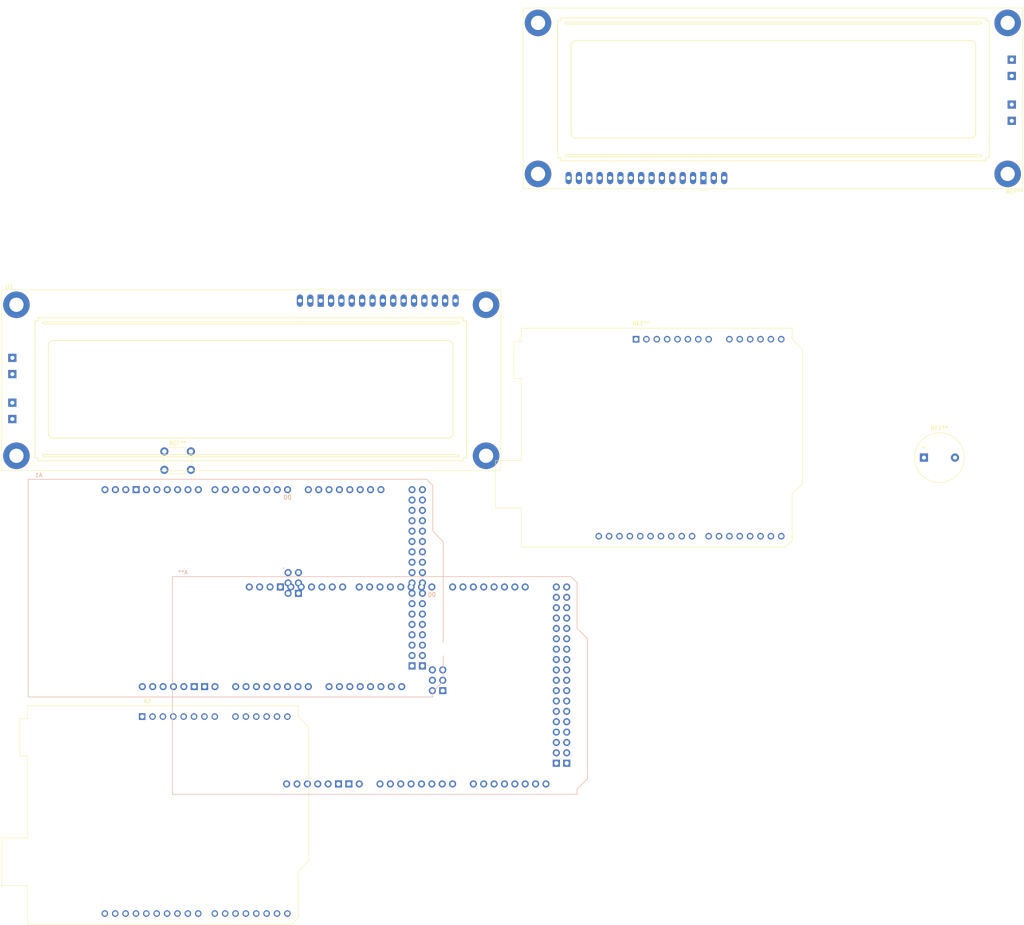
<source format=kicad_pcb>
(kicad_pcb (version 20240108) (generator "pcbnew") (generator_version "8.0")
  (layers (0 "F.Cu" signal) (31 "B.Cu" signal) (34 "B.Paste" user) (35 "F.Paste" user) (36 "B.SilkS" user "B.Silkscreen") (37 "F.SilkS" user "F.Silkscreen") (38 "B.Mask" user) (39 "F.Mask" user) (44 "Edge.Cuts" user))
  (net 0 "")
  (net 3 "Net-(A1-PadD4)")
  (net 9 "Net-(PIR_sensor1-SIGNAL)")
  (net 15 "Net-(A1-D20{slash}SDA)")
  (net 24 "Net-(D3-A)")
  (net 34 "Net-(A1-D21{slash}SCL)")
  (net 47 "Net-(BZ1--)")
  (net 52 "Net-(D1-A)")
  (net 62 "Net-(PIR_sensor1-V_in)")
  (net 88 "Net-(D2-A)")
  (net 93 "Net-(A2-+5V)")
  (net 103 "Net-(A2-D9)")
  (net 104 "Net-(A2-D10)")
  (net 105 "Net-(A2-D11)")
  (net 106 "Net-(A2-D5)")
  (net 107 "Net-(A2-D6)")
  (net 111 "Net-(U1-K)")
  (net 113 "Net-(A2-D7)")
  (net 118 "Net-(A2-D12)")
  (net 120 "Net-(A2-D8)")
  (net 123 "Net-(U1-A{slash}VEE)")
  (net 127 "Net-(U1-VO)")
  (footprint "Button_Switch_THT:SW_PUSH_6mm" (layer "F.Cu") (at 40 40)
    (property "Reference" "REF**" (at 3.25 -2 0) (layer "F.SilkS"))
    (property "Value" "SW_PUSH_6mm")
    (fp_line (start -0.25 1.5) (end -0.25 3) (stroke (width 0.12)) (layer "F.SilkS"))
    (fp_line (start 1 5.5) (end 5.5 5.5) (stroke (width 0.12)) (layer "F.SilkS"))
    (fp_line (start 5.5 -1) (end 1 -1) (stroke (width 0.12)) (layer "F.SilkS"))
    (fp_line (start 6.75 3) (end 6.75 1.5) (stroke (width 0.12)) (layer "F.SilkS"))
    (pad "1" thru_hole circle (at 0 0 90) (size 2 2) (drill 1.1) (layers "*.Cu" "*.Mask"))
    (pad "1" thru_hole circle (at 6.5 0 90) (size 2 2) (drill 1.1) (layers "*.Cu" "*.Mask"))
    (pad "2" thru_hole circle (at 0 4.5 90) (size 2 2) (drill 1.1) (layers "*.Cu" "*.Mask"))
    (pad "2" thru_hole circle (at 6.5 4.5 90) (size 2 2) (drill 1.1) (layers "*.Cu" "*.Mask"))
  )
  (footprint "Module:Arduino_UNO_R3" (layer "F.Cu") (at 34.565 104.955)
    (property "Reference" "A2" (at 1.27 -3.81 180) (layer "F.SilkS"))
    (property "Value" "Arduino_UNO_R3")
    (fp_line (start -34.42 29.72) (end -34.42 41.4) (stroke (width 0.12)) (layer "F.SilkS"))
    (fp_line (start -34.42 41.4) (end -28.07 41.4) (stroke (width 0.12)) (layer "F.SilkS"))
    (fp_line (start -29.97 0.51) (end -29.97 9.65) (stroke (width 0.12)) (layer "F.SilkS"))
    (fp_line (start -29.97 9.65) (end -28.07 9.65) (stroke (width 0.12)) (layer "F.SilkS"))
    (fp_line (start -28.07 -2.67) (end -28.07 0.51) (stroke (width 0.12)) (layer "F.SilkS"))
    (fp_line (start -28.07 0.51) (end -29.97 0.51) (stroke (width 0.12)) (layer "F.SilkS"))
    (fp_line (start -28.07 9.65) (end -28.07 29.72) (stroke (width 0.12)) (layer "F.SilkS"))
    (fp_line (start -28.07 29.72) (end -34.42 29.72) (stroke (width 0.12)) (layer "F.SilkS"))
    (fp_line (start -28.07 41.4) (end -28.07 50.93) (stroke (width 0.12)) (layer "F.SilkS"))
    (fp_line (start -28.07 50.93) (end 36.58 50.93) (stroke (width 0.12)) (layer "F.SilkS"))
    (fp_line (start 36.58 50.93) (end 38.23 49.28) (stroke (width 0.12)) (layer "F.SilkS"))
    (fp_line (start 38.23 -2.67) (end -28.07 -2.67) (stroke (width 0.12)) (layer "F.SilkS"))
    (fp_line (start 38.23 0) (end 38.23 -2.67) (stroke (width 0.12)) (layer "F.SilkS"))
    (fp_line (start 38.23 37.85) (end 40.77 35.31) (stroke (width 0.12)) (layer "F.SilkS"))
    (fp_line (start 38.23 49.28) (end 38.23 37.85) (stroke (width 0.12)) (layer "F.SilkS"))
    (fp_line (start 40.77 2.54) (end 38.23 0) (stroke (width 0.12)) (layer "F.SilkS"))
    (fp_line (start 40.77 35.31) (end 40.77 2.54) (stroke (width 0.12)) (layer "F.SilkS"))
    (pad "1" thru_hole rect (at 0 0 90) (size 1.6 1.6) (drill 1) (layers "*.Cu" "*.Mask"))
    (pad "2" thru_hole oval (at 2.54 0 90) (size 1.6 1.6) (drill 1) (layers "*.Cu" "*.Mask"))
    (pad "3" thru_hole oval (at 5.08 0 90) (size 1.6 1.6) (drill 1) (layers "*.Cu" "*.Mask"))
    (pad "4" thru_hole oval (at 7.62 0 90) (size 1.6 1.6) (drill 1) (layers "*.Cu" "*.Mask"))
    (pad "5" thru_hole oval (at 10.16 0 90) (size 1.6 1.6) (drill 1) (layers "*.Cu" "*.Mask") (net 93 "Net-(A2-+5V)"))
    (pad "6" thru_hole oval (at 12.7 0 90) (size 1.6 1.6) (drill 1) (layers "*.Cu" "*.Mask") (net 111 "Net-(U1-K)"))
    (pad "7" thru_hole oval (at 15.24 0 90) (size 1.6 1.6) (drill 1) (layers "*.Cu" "*.Mask") (net 47 "Net-(BZ1--)"))
    (pad "8" thru_hole oval (at 17.78 0 90) (size 1.6 1.6) (drill 1) (layers "*.Cu" "*.Mask"))
    (pad "9" thru_hole oval (at 22.86 0 90) (size 1.6 1.6) (drill 1) (layers "*.Cu" "*.Mask"))
    (pad "10" thru_hole oval (at 25.4 0 90) (size 1.6 1.6) (drill 1) (layers "*.Cu" "*.Mask"))
    (pad "11" thru_hole oval (at 27.94 0 90) (size 1.6 1.6) (drill 1) (layers "*.Cu" "*.Mask"))
    (pad "12" thru_hole oval (at 30.48 0 90) (size 1.6 1.6) (drill 1) (layers "*.Cu" "*.Mask"))
    (pad "13" thru_hole oval (at 33.02 0 90) (size 1.6 1.6) (drill 1) (layers "*.Cu" "*.Mask"))
    (pad "14" thru_hole oval (at 35.56 0 90) (size 1.6 1.6) (drill 1) (layers "*.Cu" "*.Mask"))
    (pad "15" thru_hole oval (at 35.56 48.26 90) (size 1.6 1.6) (drill 1) (layers "*.Cu" "*.Mask"))
    (pad "16" thru_hole oval (at 33.02 48.26 90) (size 1.6 1.6) (drill 1) (layers "*.Cu" "*.Mask"))
    (pad "17" thru_hole oval (at 30.48 48.26 90) (size 1.6 1.6) (drill 1) (layers "*.Cu" "*.Mask"))
    (pad "18" thru_hole oval (at 27.94 48.26 90) (size 1.6 1.6) (drill 1) (layers "*.Cu" "*.Mask"))
    (pad "19" thru_hole oval (at 25.4 48.26 90) (size 1.6 1.6) (drill 1) (layers "*.Cu" "*.Mask"))
    (pad "20" thru_hole oval (at 22.86 48.26 90) (size 1.6 1.6) (drill 1) (layers "*.Cu" "*.Mask") (net 106 "Net-(A2-D5)"))
    (pad "21" thru_hole oval (at 20.32 48.26 90) (size 1.6 1.6) (drill 1) (layers "*.Cu" "*.Mask") (net 107 "Net-(A2-D6)"))
    (pad "22" thru_hole oval (at 17.78 48.26 90) (size 1.6 1.6) (drill 1) (layers "*.Cu" "*.Mask") (net 113 "Net-(A2-D7)"))
    (pad "23" thru_hole oval (at 13.72 48.26 90) (size 1.6 1.6) (drill 1) (layers "*.Cu" "*.Mask") (net 120 "Net-(A2-D8)"))
    (pad "24" thru_hole oval (at 11.18 48.26 90) (size 1.6 1.6) (drill 1) (layers "*.Cu" "*.Mask") (net 103 "Net-(A2-D9)"))
    (pad "25" thru_hole oval (at 8.64 48.26 90) (size 1.6 1.6) (drill 1) (layers "*.Cu" "*.Mask") (net 104 "Net-(A2-D10)"))
    (pad "26" thru_hole oval (at 6.1 48.26 90) (size 1.6 1.6) (drill 1) (layers "*.Cu" "*.Mask") (net 105 "Net-(A2-D11)"))
    (pad "27" thru_hole oval (at 3.56 48.26 90) (size 1.6 1.6) (drill 1) (layers "*.Cu" "*.Mask") (net 118 "Net-(A2-D12)"))
    (pad "28" thru_hole oval (at 1.02 48.26 90) (size 1.6 1.6) (drill 1) (layers "*.Cu" "*.Mask"))
    (pad "29" thru_hole oval (at -1.52 48.26 90) (size 1.6 1.6) (drill 1) (layers "*.Cu" "*.Mask"))
    (pad "30" thru_hole oval (at -4.06 48.26 90) (size 1.6 1.6) (drill 1) (layers "*.Cu" "*.Mask"))
    (pad "31" thru_hole oval (at -6.6 48.26 90) (size 1.6 1.6) (drill 1) (layers "*.Cu" "*.Mask") (net 15 "Net-(A1-D20{slash}SDA)"))
    (pad "32" thru_hole oval (at -9.14 48.26 90) (size 1.6 1.6) (drill 1) (layers "*.Cu" "*.Mask") (net 34 "Net-(A1-D21{slash}SCL)"))
  )
  (footprint "PCM_arduino-library:Arduino_Mega2560_R3_Shield" (layer "F.Cu") (at 6.669 100.159237)
    (property "Reference" "A1" (at 2.54 -54.356 0) (layer "B.SilkS") (effects (justify mirror)))
    (property "Value" "Arduino_Mega2560_R3_Shield")
    (fp_line (start 0 -53.34) (end 0 0) (stroke (width 0.15)) (layer "B.SilkS"))
    (fp_line (start 0 -53.34) (end 97.536 -53.34) (stroke (width 0.15)) (layer "B.SilkS"))
    (fp_line (start 0 0) (end 99.06 0) (stroke (width 0.15)) (layer "B.SilkS"))
    (fp_line (start 97.536 -53.34) (end 99.06 -51.816) (stroke (width 0.15)) (layer "B.SilkS"))
    (fp_line (start 99.06 -40.64) (end 99.06 -51.816) (stroke (width 0.15)) (layer "B.SilkS"))
    (fp_line (start 99.06 -1.27) (end 101.6 -3.81) (stroke (width 0.15)) (layer "B.SilkS"))
    (fp_line (start 99.06 0) (end 99.06 -1.27) (stroke (width 0.15)) (layer "B.SilkS"))
    (fp_line (start 101.6 -38.1) (end 99.06 -40.64) (stroke (width 0.15)) (layer "B.SilkS"))
    (fp_line (start 101.6 -3.81) (end 101.6 -38.1) (stroke (width 0.15)) (layer "B.SilkS"))
    (fp_text user "." (at 62.484 -32.004 0) (layer "B.SilkS"))
    (fp_text user "D0" (at 63.5 -48.895 0) (layer "B.SilkS") (effects (justify mirror)))
    (fp_text user "D0" (at 63.5 -48.895 0) (layer "F.SilkS"))
    (fp_text user "." (at 62.484 -32.004 0) (layer "F.SilkS"))
    (pad "" np_thru_hole circle (at 13.97 -2.54) (size 3.2 3.2) (drill 3.2) (layers "*.Cu" "*.Mask"))
    (pad "" np_thru_hole circle (at 15.24 -50.8) (size 3.2 3.2) (drill 3.2) (layers "*.Cu" "*.Mask"))
    (pad "" thru_hole oval (at 27.94 -2.54) (size 1.7272 1.7272) (drill 1.016) (layers "*.Cu" "*.Mask"))
    (pad "" np_thru_hole circle (at 66.04 -35.56) (size 3.2 3.2) (drill 3.2) (layers "*.Cu" "*.Mask"))
    (pad "" np_thru_hole circle (at 66.04 -7.62) (size 3.2 3.2) (drill 3.2) (layers "*.Cu" "*.Mask"))
    (pad "" np_thru_hole circle (at 90.17 -50.8) (size 3.2 3.2) (drill 3.2) (layers "*.Cu" "*.Mask"))
    (pad "" np_thru_hole circle (at 96.52 -2.54) (size 3.2 3.2) (drill 3.2) (layers "*.Cu" "*.Mask"))
    (pad "3V3" thru_hole oval (at 35.56 -2.54) (size 1.7272 1.7272) (drill 1.016) (layers "*.Cu" "*.Mask"))
    (pad "5V1" thru_hole oval (at 38.1 -2.54) (size 1.7272 1.7272) (drill 1.016) (layers "*.Cu" "*.Mask") (net 62 "Net-(PIR_sensor1-V_in)"))
    (pad "5V2" thru_hole oval (at 66.167 -30.48) (size 1.7272 1.7272) (drill 1.016) (layers "*.Cu" "*.Mask"))
    (pad "5V3" thru_hole oval (at 93.98 -50.8) (size 1.7272 1.7272) (drill 1.016) (layers "*.Cu" "*.Mask"))
    (pad "5V4" thru_hole oval (at 96.52 -50.8) (size 1.7272 1.7272) (drill 1.016) (layers "*.Cu" "*.Mask"))
    (pad "A0" thru_hole oval (at 50.8 -2.54) (size 1.7272 1.7272) (drill 1.016) (layers "*.Cu" "*.Mask"))
    (pad "A1" thru_hole oval (at 53.34 -2.54) (size 1.7272 1.7272) (drill 1.016) (layers "*.Cu" "*.Mask"))
    (pad "A2" thru_hole oval (at 55.88 -2.54) (size 1.7272 1.7272) (drill 1.016) (layers "*.Cu" "*.Mask"))
    (pad "A3" thru_hole oval (at 58.42 -2.54) (size 1.7272 1.7272) (drill 1.016) (layers "*.Cu" "*.Mask"))
    (pad "A4" thru_hole oval (at 60.96 -2.54) (size 1.7272 1.7272) (drill 1.016) (layers "*.Cu" "*.Mask"))
    (pad "A5" thru_hole oval (at 63.5 -2.54) (size 1.7272 1.7272) (drill 1.016) (layers "*.Cu" "*.Mask"))
    (pad "A6" thru_hole oval (at 66.04 -2.54) (size 1.7272 1.7272) (drill 1.016) (layers "*.Cu" "*.Mask"))
    (pad "A7" thru_hole oval (at 68.58 -2.54) (size 1.7272 1.7272) (drill 1.016) (layers "*.Cu" "*.Mask"))
    (pad "A8" thru_hole oval (at 73.66 -2.54) (size 1.7272 1.7272) (drill 1.016) (layers "*.Cu" "*.Mask"))
    (pad "A9" thru_hole oval (at 76.2 -2.54) (size 1.7272 1.7272) (drill 1.016) (layers "*.Cu" "*.Mask"))
    (pad "A10" thru_hole oval (at 78.74 -2.54) (size 1.7272 1.7272) (drill 1.016) (layers "*.Cu" "*.Mask"))
    (pad "A11" thru_hole oval (at 81.28 -2.54) (size 1.7272 1.7272) (drill 1.016) (layers "*.Cu" "*.Mask"))
    (pad "A12" thru_hole oval (at 83.82 -2.54) (size 1.7272 1.7272) (drill 1.016) (layers "*.Cu" "*.Mask"))
    (pad "A13" thru_hole oval (at 86.36 -2.54) (size 1.7272 1.7272) (drill 1.016) (layers "*.Cu" "*.Mask"))
    (pad "A14" thru_hole oval (at 88.9 -2.54) (size 1.7272 1.7272) (drill 1.016) (layers "*.Cu" "*.Mask"))
    (pad "A15" thru_hole oval (at 91.44 -2.54) (size 1.7272 1.7272) (drill 1.016) (layers "*.Cu" "*.Mask"))
    (pad "AREF" thru_hole oval (at 23.876 -50.8) (size 1.7272 1.7272) (drill 1.016) (layers "*.Cu" "*.Mask"))
    (pad "D0" thru_hole oval (at 63.5 -50.8) (size 1.7272 1.7272) (drill 1.016) (layers "*.Cu" "*.Mask"))
    (pad "D1" thru_hole oval (at 60.96 -50.8) (size 1.7272 1.7272) (drill 1.016) (layers "*.Cu" "*.Mask"))
    (pad "D2" thru_hole oval (at 58.42 -50.8) (size 1.7272 1.7272) (drill 1.016) (layers "*.Cu" "*.Mask"))
    (pad "D3" thru_hole oval (at 55.88 -50.8) (size 1.7272 1.7272) (drill 1.016) (layers "*.Cu" "*.Mask"))
    (pad "D4" thru_hole oval (at 53.34 -50.8) (size 1.7272 1.7272) (drill 1.016) (layers "*.Cu" "*.Mask") (net 3 "Net-(A1-PadD4)"))
    (pad "D5" thru_hole oval (at 50.8 -50.8) (size 1.7272 1.7272) (drill 1.016) (layers "*.Cu" "*.Mask") (net 9 "Net-(PIR_sensor1-SIGNAL)"))
    (pad "D6" thru_hole oval (at 48.26 -50.8) (size 1.7272 1.7272) (drill 1.016) (layers "*.Cu" "*.Mask") (net 24 "Net-(D3-A)"))
    (pad "D7" thru_hole oval (at 45.72 -50.8) (size 1.7272 1.7272) (drill 1.016) (layers "*.Cu" "*.Mask") (net 88 "Net-(D2-A)"))
    (pad "D8" thru_hole oval (at 41.656 -50.8) (size 1.7272 1.7272) (drill 1.016) (layers "*.Cu" "*.Mask") (net 52 "Net-(D1-A)"))
    (pad "D9" thru_hole oval (at 39.116 -50.8) (size 1.7272 1.7272) (drill 1.016) (layers "*.Cu" "*.Mask"))
    (pad "D10" thru_hole oval (at 36.576 -50.8) (size 1.7272 1.7272) (drill 1.016) (layers "*.Cu" "*.Mask"))
    (pad "D11" thru_hole oval (at 34.036 -50.8) (size 1.7272 1.7272) (drill 1.016) (layers "*.Cu" "*.Mask"))
    (pad "D12" thru_hole oval (at 31.496 -50.8) (size 1.7272 1.7272) (drill 1.016) (layers "*.Cu" "*.Mask"))
    (pad "D13" thru_hole oval (at 28.956 -50.8) (size 1.7272 1.7272) (drill 1.016) (layers "*.Cu" "*.Mask"))
    (pad "D14" thru_hole oval (at 68.58 -50.8) (size 1.7272 1.7272) (drill 1.016) (layers "*.Cu" "*.Mask"))
    (pad "D15" thru_hole oval (at 71.12 -50.8) (size 1.7272 1.7272) (drill 1.016) (layers "*.Cu" "*.Mask"))
    (pad "D16" thru_hole oval (at 73.66 -50.8) (size 1.7272 1.7272) (drill 1.016) (layers "*.Cu" "*.Mask"))
    (pad "D17" thru_hole oval (at 76.2 -50.8) (size 1.7272 1.7272) (drill 1.016) (layers "*.Cu" "*.Mask"))
    (pad "D18" thru_hole oval (at 78.74 -50.8) (size 1.7272 1.7272) (drill 1.016) (layers "*.Cu" "*.Mask"))
    (pad "D19" thru_hole oval (at 81.28 -50.8) (size 1.7272 1.7272) (drill 1.016) (layers "*.Cu" "*.Mask"))
    (pad "D20" thru_hole oval (at 83.82 -50.8) (size 1.7272 1.7272) (drill 1.016) (layers "*.Cu" "*.Mask") (net 15 "Net-(A1-D20{slash}SDA)"))
    (pad "D21" thru_hole oval (at 86.36 -50.8) (size 1.7272 1.7272) (drill 1.016) (layers "*.Cu" "*.Mask") (net 34 "Net-(A1-D21{slash}SCL)"))
    (pad "D22" thru_hole oval (at 93.98 -48.26) (size 1.7272 1.7272) (drill 1.016) (layers "*.Cu" "*.Mask"))
    (pad "D23" thru_hole oval (at 96.52 -48.26) (size 1.7272 1.7272) (drill 1.016) (layers "*.Cu" "*.Mask"))
    (pad "D24" thru_hole oval (at 93.98 -45.72) (size 1.7272 1.7272) (drill 1.016) (layers "*.Cu" "*.Mask"))
    (pad "D25" thru_hole oval (at 96.52 -45.72) (size 1.7272 1.7272) (drill 1.016) (layers "*.Cu" "*.Mask"))
    (pad "D26" thru_hole oval (at 93.98 -43.18) (size 1.7272 1.7272) (drill 1.016) (layers "*.Cu" "*.Mask"))
    (pad "D27" thru_hole oval (at 96.52 -43.18) (size 1.7272 1.7272) (drill 1.016) (layers "*.Cu" "*.Mask"))
    (pad "D28" thru_hole oval (at 93.98 -40.64) (size 1.7272 1.7272) (drill 1.016) (layers "*.Cu" "*.Mask"))
    (pad "D29" thru_hole oval (at 96.52 -40.64) (size 1.7272 1.7272) (drill 1.016) (layers "*.Cu" "*.Mask"))
    (pad "D30" thru_hole oval (at 93.98 -38.1) (size 1.7272 1.7272) (drill 1.016) (layers "*.Cu" "*.Mask"))
    (pad "D31" thru_hole oval (at 96.52 -38.1) (size 1.7272 1.7272) (drill 1.016) (layers "*.Cu" "*.Mask"))
    (pad "D32" thru_hole oval (at 93.98 -35.56) (size 1.7272 1.7272) (drill 1.016) (layers "*.Cu" "*.Mask"))
    (pad "D33" thru_hole oval (at 96.52 -35.56) (size 1.7272 1.7272) (drill 1.016) (layers "*.Cu" "*.Mask"))
    (pad "D34" thru_hole oval (at 93.98 -33.02) (size 1.7272 1.7272) (drill 1.016) (layers "*.Cu" "*.Mask"))
    (pad "D35" thru_hole oval (at 96.52 -33.02) (size 1.7272 1.7272) (drill 1.016) (layers "*.Cu" "*.Mask"))
    (pad "D36" thru_hole oval (at 93.98 -30.48) (size 1.7272 1.7272) (drill 1.016) (layers "*.Cu" "*.Mask"))
    (pad "D37" thru_hole oval (at 96.52 -30.48) (size 1.7272 1.7272) (drill 1.016) (layers "*.Cu" "*.Mask"))
    (pad "D38" thru_hole oval (at 93.98 -27.94) (size 1.7272 1.7272) (drill 1.016) (layers "*.Cu" "*.Mask"))
    (pad "D39" thru_hole oval (at 96.52 -27.94) (size 1.7272 1.7272) (drill 1.016) (layers "*.Cu" "*.Mask"))
    (pad "D40" thru_hole oval (at 93.98 -25.4) (size 1.7272 1.7272) (drill 1.016) (layers "*.Cu" "*.Mask"))
    (pad "D41" thru_hole oval (at 96.52 -25.4) (size 1.7272 1.7272) (drill 1.016) (layers "*.Cu" "*.Mask"))
    (pad "D42" thru_hole oval (at 93.98 -22.86) (size 1.7272 1.7272) (drill 1.016) (layers "*.Cu" "*.Mask"))
    (pad "D43" thru_hole oval (at 96.52 -22.86) (size 1.7272 1.7272) (drill 1.016) (layers "*.Cu" "*.Mask"))
    (pad "D44" thru_hole oval (at 93.98 -20.32) (size 1.7272 1.7272) (drill 1.016) (layers "*.Cu" "*.Mask"))
    (pad "D45" thru_hole oval (at 96.52 -20.32) (size 1.7272 1.7272) (drill 1.016) (layers "*.Cu" "*.Mask"))
    (pad "D46" thru_hole oval (at 93.98 -17.78) (size 1.7272 1.7272) (drill 1.016) (layers "*.Cu" "*.Mask"))
    (pad "D47" thru_hole oval (at 96.52 -17.78) (size 1.7272 1.7272) (drill 1.016) (layers "*.Cu" "*.Mask"))
    (pad "D48" thru_hole oval (at 93.98 -15.24) (size 1.7272 1.7272) (drill 1.016) (layers "*.Cu" "*.Mask"))
    (pad "D49" thru_hole oval (at 96.52 -15.24) (size 1.7272 1.7272) (drill 1.016) (layers "*.Cu" "*.Mask"))
    (pad "D50" thru_hole oval (at 93.98 -12.7) (size 1.7272 1.7272) (drill 1.016) (layers "*.Cu" "*.Mask"))
    (pad "D51" thru_hole oval (at 96.52 -12.7) (size 1.7272 1.7272) (drill 1.016) (layers "*.Cu" "*.Mask"))
    (pad "D52" thru_hole oval (at 93.98 -10.16) (size 1.7272 1.7272) (drill 1.016) (layers "*.Cu" "*.Mask"))
    (pad "D53" thru_hole oval (at 96.52 -10.16) (size 1.7272 1.7272) (drill 1.016) (layers "*.Cu" "*.Mask"))
    (pad "GND1" thru_hole rect (at 26.416 -50.8) (size 1.7272 1.7272) (drill 1.016) (layers "*.Cu" "*.Mask"))
    (pad "GND2" thru_hole rect (at 40.64 -2.54) (size 1.7272 1.7272) (drill 1.016) (layers "*.Cu" "*.Mask"))
    (pad "GND3" thru_hole rect (at 43.18 -2.54) (size 1.7272 1.7272) (drill 1.016) (layers "*.Cu" "*.Mask"))
    (pad "GND4" thru_hole rect (at 66.167 -25.4) (size 1.7272 1.7272) (drill 1.016) (layers "*.Cu" "*.Mask"))
    (pad "GND5" thru_hole rect (at 93.98 -7.62) (size 1.7272 1.7272) (drill 1.016) (layers "*.Cu" "*.Mask"))
    (pad "GND6" thru_hole rect (at 96.52 -7.62) (size 1.7272 1.7272) (drill 1.016) (layers "*.Cu" "*.Mask") (net 47 "Net-(BZ1--)"))
    (pad "IORF" thru_hole oval (at 30.48 -2.54) (size 1.7272 1.7272) (drill 1.016) (layers "*.Cu" "*.Mask"))
    (pad "MISO" thru_hole oval (at 63.627 -30.48) (size 1.7272 1.7272) (drill 1.016) (layers "*.Cu" "*.Mask"))
    (pad "MOSI" thru_hole oval (at 66.167 -27.94) (size 1.7272 1.7272) (drill 1.016) (layers "*.Cu" "*.Mask"))
    (pad "RST1" thru_hole oval (at 33.02 -2.54) (size 1.7272 1.7272) (drill 1.016) (layers "*.Cu" "*.Mask"))
    (pad "RST2" thru_hole oval (at 63.627 -25.4) (size 1.7272 1.7272) (drill 1.016) (layers "*.Cu" "*.Mask"))
    (pad "SCK" thru_hole oval (at 63.627 -27.94) (size 1.7272 1.7272) (drill 1.016) (layers "*.Cu" "*.Mask"))
    (pad "SCL" thru_hole oval (at 18.796 -50.8) (size 1.7272 1.7272) (drill 1.016) (layers "*.Cu" "*.Mask"))
    (pad "SDA" thru_hole oval (at 21.336 -50.8) (size 1.7272 1.7272) (drill 1.016) (layers "*.Cu" "*.Mask"))
    (pad "VIN" thru_hole oval (at 45.72 -2.54) (size 1.7272 1.7272) (drill 1.016) (layers "*.Cu" "*.Mask"))
  )
  (footprint "PCM_arduino-library:Arduino_Mega2560_R3_Shield" (layer "F.Cu") (at 42 124)
    (property "Reference" "A**" (at 2.54 -54.356 0) (layer "B.SilkS") (effects (justify mirror)))
    (property "Value" "Arduino_Mega2560_R3_Shield")
    (fp_line (start 0 -53.34) (end 0 0) (stroke (width 0.15)) (layer "B.SilkS"))
    (fp_line (start 0 -53.34) (end 97.536 -53.34) (stroke (width 0.15)) (layer "B.SilkS"))
    (fp_line (start 0 0) (end 99.06 0) (stroke (width 0.15)) (layer "B.SilkS"))
    (fp_line (start 97.536 -53.34) (end 99.06 -51.816) (stroke (width 0.15)) (layer "B.SilkS"))
    (fp_line (start 99.06 -40.64) (end 99.06 -51.816) (stroke (width 0.15)) (layer "B.SilkS"))
    (fp_line (start 99.06 -1.27) (end 101.6 -3.81) (stroke (width 0.15)) (layer "B.SilkS"))
    (fp_line (start 99.06 0) (end 99.06 -1.27) (stroke (width 0.15)) (layer "B.SilkS"))
    (fp_line (start 101.6 -38.1) (end 99.06 -40.64) (stroke (width 0.15)) (layer "B.SilkS"))
    (fp_line (start 101.6 -3.81) (end 101.6 -38.1) (stroke (width 0.15)) (layer "B.SilkS"))
    (fp_text user "." (at 62.484 -32.004 0) (layer "B.SilkS"))
    (fp_text user "D0" (at 63.5 -48.895 0) (layer "B.SilkS") (effects (justify mirror)))
    (fp_text user "D0" (at 63.5 -48.895 0) (layer "F.SilkS"))
    (fp_text user "." (at 62.484 -32.004 0) (layer "F.SilkS"))
    (pad "" np_thru_hole circle (at 13.97 -2.54) (size 3.2 3.2) (drill 3.2) (layers "*.Cu" "*.Mask"))
    (pad "" np_thru_hole circle (at 15.24 -50.8) (size 3.2 3.2) (drill 3.2) (layers "*.Cu" "*.Mask"))
    (pad "" thru_hole oval (at 27.94 -2.54) (size 1.7272 1.7272) (drill 1.016) (layers "*.Cu" "*.Mask"))
    (pad "" np_thru_hole circle (at 66.04 -35.56) (size 3.2 3.2) (drill 3.2) (layers "*.Cu" "*.Mask"))
    (pad "" np_thru_hole circle (at 66.04 -7.62) (size 3.2 3.2) (drill 3.2) (layers "*.Cu" "*.Mask"))
    (pad "" np_thru_hole circle (at 90.17 -50.8) (size 3.2 3.2) (drill 3.2) (layers "*.Cu" "*.Mask"))
    (pad "" np_thru_hole circle (at 96.52 -2.54) (size 3.2 3.2) (drill 3.2) (layers "*.Cu" "*.Mask"))
    (pad "3V3" thru_hole oval (at 35.56 -2.54) (size 1.7272 1.7272) (drill 1.016) (layers "*.Cu" "*.Mask"))
    (pad "5V1" thru_hole oval (at 38.1 -2.54) (size 1.7272 1.7272) (drill 1.016) (layers "*.Cu" "*.Mask"))
    (pad "5V2" thru_hole oval (at 66.167 -30.48) (size 1.7272 1.7272) (drill 1.016) (layers "*.Cu" "*.Mask"))
    (pad "5V3" thru_hole oval (at 93.98 -50.8) (size 1.7272 1.7272) (drill 1.016) (layers "*.Cu" "*.Mask"))
    (pad "5V4" thru_hole oval (at 96.52 -50.8) (size 1.7272 1.7272) (drill 1.016) (layers "*.Cu" "*.Mask"))
    (pad "A0" thru_hole oval (at 50.8 -2.54) (size 1.7272 1.7272) (drill 1.016) (layers "*.Cu" "*.Mask"))
    (pad "A1" thru_hole oval (at 53.34 -2.54) (size 1.7272 1.7272) (drill 1.016) (layers "*.Cu" "*.Mask"))
    (pad "A2" thru_hole oval (at 55.88 -2.54) (size 1.7272 1.7272) (drill 1.016) (layers "*.Cu" "*.Mask"))
    (pad "A3" thru_hole oval (at 58.42 -2.54) (size 1.7272 1.7272) (drill 1.016) (layers "*.Cu" "*.Mask"))
    (pad "A4" thru_hole oval (at 60.96 -2.54) (size 1.7272 1.7272) (drill 1.016) (layers "*.Cu" "*.Mask"))
    (pad "A5" thru_hole oval (at 63.5 -2.54) (size 1.7272 1.7272) (drill 1.016) (layers "*.Cu" "*.Mask"))
    (pad "A6" thru_hole oval (at 66.04 -2.54) (size 1.7272 1.7272) (drill 1.016) (layers "*.Cu" "*.Mask"))
    (pad "A7" thru_hole oval (at 68.58 -2.54) (size 1.7272 1.7272) (drill 1.016) (layers "*.Cu" "*.Mask"))
    (pad "A8" thru_hole oval (at 73.66 -2.54) (size 1.7272 1.7272) (drill 1.016) (layers "*.Cu" "*.Mask"))
    (pad "A9" thru_hole oval (at 76.2 -2.54) (size 1.7272 1.7272) (drill 1.016) (layers "*.Cu" "*.Mask"))
    (pad "A10" thru_hole oval (at 78.74 -2.54) (size 1.7272 1.7272) (drill 1.016) (layers "*.Cu" "*.Mask"))
    (pad "A11" thru_hole oval (at 81.28 -2.54) (size 1.7272 1.7272) (drill 1.016) (layers "*.Cu" "*.Mask"))
    (pad "A12" thru_hole oval (at 83.82 -2.54) (size 1.7272 1.7272) (drill 1.016) (layers "*.Cu" "*.Mask"))
    (pad "A13" thru_hole oval (at 86.36 -2.54) (size 1.7272 1.7272) (drill 1.016) (layers "*.Cu" "*.Mask"))
    (pad "A14" thru_hole oval (at 88.9 -2.54) (size 1.7272 1.7272) (drill 1.016) (layers "*.Cu" "*.Mask"))
    (pad "A15" thru_hole oval (at 91.44 -2.54) (size 1.7272 1.7272) (drill 1.016) (layers "*.Cu" "*.Mask"))
    (pad "AREF" thru_hole oval (at 23.876 -50.8) (size 1.7272 1.7272) (drill 1.016) (layers "*.Cu" "*.Mask"))
    (pad "D0" thru_hole oval (at 63.5 -50.8) (size 1.7272 1.7272) (drill 1.016) (layers "*.Cu" "*.Mask"))
    (pad "D1" thru_hole oval (at 60.96 -50.8) (size 1.7272 1.7272) (drill 1.016) (layers "*.Cu" "*.Mask"))
    (pad "D2" thru_hole oval (at 58.42 -50.8) (size 1.7272 1.7272) (drill 1.016) (layers "*.Cu" "*.Mask"))
    (pad "D3" thru_hole oval (at 55.88 -50.8) (size 1.7272 1.7272) (drill 1.016) (layers "*.Cu" "*.Mask"))
    (pad "D4" thru_hole oval (at 53.34 -50.8) (size 1.7272 1.7272) (drill 1.016) (layers "*.Cu" "*.Mask"))
    (pad "D5" thru_hole oval (at 50.8 -50.8) (size 1.7272 1.7272) (drill 1.016) (layers "*.Cu" "*.Mask"))
    (pad "D6" thru_hole oval (at 48.26 -50.8) (size 1.7272 1.7272) (drill 1.016) (layers "*.Cu" "*.Mask"))
    (pad "D7" thru_hole oval (at 45.72 -50.8) (size 1.7272 1.7272) (drill 1.016) (layers "*.Cu" "*.Mask"))
    (pad "D8" thru_hole oval (at 41.656 -50.8) (size 1.7272 1.7272) (drill 1.016) (layers "*.Cu" "*.Mask"))
    (pad "D9" thru_hole oval (at 39.116 -50.8) (size 1.7272 1.7272) (drill 1.016) (layers "*.Cu" "*.Mask"))
    (pad "D10" thru_hole oval (at 36.576 -50.8) (size 1.7272 1.7272) (drill 1.016) (layers "*.Cu" "*.Mask"))
    (pad "D11" thru_hole oval (at 34.036 -50.8) (size 1.7272 1.7272) (drill 1.016) (layers "*.Cu" "*.Mask"))
    (pad "D12" thru_hole oval (at 31.496 -50.8) (size 1.7272 1.7272) (drill 1.016) (layers "*.Cu" "*.Mask"))
    (pad "D13" thru_hole oval (at 28.956 -50.8) (size 1.7272 1.7272) (drill 1.016) (layers "*.Cu" "*.Mask"))
    (pad "D14" thru_hole oval (at 68.58 -50.8) (size 1.7272 1.7272) (drill 1.016) (layers "*.Cu" "*.Mask"))
    (pad "D15" thru_hole oval (at 71.12 -50.8) (size 1.7272 1.7272) (drill 1.016) (layers "*.Cu" "*.Mask"))
    (pad "D16" thru_hole oval (at 73.66 -50.8) (size 1.7272 1.7272) (drill 1.016) (layers "*.Cu" "*.Mask"))
    (pad "D17" thru_hole oval (at 76.2 -50.8) (size 1.7272 1.7272) (drill 1.016) (layers "*.Cu" "*.Mask"))
    (pad "D18" thru_hole oval (at 78.74 -50.8) (size 1.7272 1.7272) (drill 1.016) (layers "*.Cu" "*.Mask"))
    (pad "D19" thru_hole oval (at 81.28 -50.8) (size 1.7272 1.7272) (drill 1.016) (layers "*.Cu" "*.Mask"))
    (pad "D20" thru_hole oval (at 83.82 -50.8) (size 1.7272 1.7272) (drill 1.016) (layers "*.Cu" "*.Mask"))
    (pad "D21" thru_hole oval (at 86.36 -50.8) (size 1.7272 1.7272) (drill 1.016) (layers "*.Cu" "*.Mask"))
    (pad "D22" thru_hole oval (at 93.98 -48.26) (size 1.7272 1.7272) (drill 1.016) (layers "*.Cu" "*.Mask"))
    (pad "D23" thru_hole oval (at 96.52 -48.26) (size 1.7272 1.7272) (drill 1.016) (layers "*.Cu" "*.Mask"))
    (pad "D24" thru_hole oval (at 93.98 -45.72) (size 1.7272 1.7272) (drill 1.016) (layers "*.Cu" "*.Mask"))
    (pad "D25" thru_hole oval (at 96.52 -45.72) (size 1.7272 1.7272) (drill 1.016) (layers "*.Cu" "*.Mask"))
    (pad "D26" thru_hole oval (at 93.98 -43.18) (size 1.7272 1.7272) (drill 1.016) (layers "*.Cu" "*.Mask"))
    (pad "D27" thru_hole oval (at 96.52 -43.18) (size 1.7272 1.7272) (drill 1.016) (layers "*.Cu" "*.Mask"))
    (pad "D28" thru_hole oval (at 93.98 -40.64) (size 1.7272 1.7272) (drill 1.016) (layers "*.Cu" "*.Mask"))
    (pad "D29" thru_hole oval (at 96.52 -40.64) (size 1.7272 1.7272) (drill 1.016) (layers "*.Cu" "*.Mask"))
    (pad "D30" thru_hole oval (at 93.98 -38.1) (size 1.7272 1.7272) (drill 1.016) (layers "*.Cu" "*.Mask"))
    (pad "D31" thru_hole oval (at 96.52 -38.1) (size 1.7272 1.7272) (drill 1.016) (layers "*.Cu" "*.Mask"))
    (pad "D32" thru_hole oval (at 93.98 -35.56) (size 1.7272 1.7272) (drill 1.016) (layers "*.Cu" "*.Mask"))
    (pad "D33" thru_hole oval (at 96.52 -35.56) (size 1.7272 1.7272) (drill 1.016) (layers "*.Cu" "*.Mask"))
    (pad "D34" thru_hole oval (at 93.98 -33.02) (size 1.7272 1.7272) (drill 1.016) (layers "*.Cu" "*.Mask"))
    (pad "D35" thru_hole oval (at 96.52 -33.02) (size 1.7272 1.7272) (drill 1.016) (layers "*.Cu" "*.Mask"))
    (pad "D36" thru_hole oval (at 93.98 -30.48) (size 1.7272 1.7272) (drill 1.016) (layers "*.Cu" "*.Mask"))
    (pad "D37" thru_hole oval (at 96.52 -30.48) (size 1.7272 1.7272) (drill 1.016) (layers "*.Cu" "*.Mask"))
    (pad "D38" thru_hole oval (at 93.98 -27.94) (size 1.7272 1.7272) (drill 1.016) (layers "*.Cu" "*.Mask"))
    (pad "D39" thru_hole oval (at 96.52 -27.94) (size 1.7272 1.7272) (drill 1.016) (layers "*.Cu" "*.Mask"))
    (pad "D40" thru_hole oval (at 93.98 -25.4) (size 1.7272 1.7272) (drill 1.016) (layers "*.Cu" "*.Mask"))
    (pad "D41" thru_hole oval (at 96.52 -25.4) (size 1.7272 1.7272) (drill 1.016) (layers "*.Cu" "*.Mask"))
    (pad "D42" thru_hole oval (at 93.98 -22.86) (size 1.7272 1.7272) (drill 1.016) (layers "*.Cu" "*.Mask"))
    (pad "D43" thru_hole oval (at 96.52 -22.86) (size 1.7272 1.7272) (drill 1.016) (layers "*.Cu" "*.Mask"))
    (pad "D44" thru_hole oval (at 93.98 -20.32) (size 1.7272 1.7272) (drill 1.016) (layers "*.Cu" "*.Mask"))
    (pad "D45" thru_hole oval (at 96.52 -20.32) (size 1.7272 1.7272) (drill 1.016) (layers "*.Cu" "*.Mask"))
    (pad "D46" thru_hole oval (at 93.98 -17.78) (size 1.7272 1.7272) (drill 1.016) (layers "*.Cu" "*.Mask"))
    (pad "D47" thru_hole oval (at 96.52 -17.78) (size 1.7272 1.7272) (drill 1.016) (layers "*.Cu" "*.Mask"))
    (pad "D48" thru_hole oval (at 93.98 -15.24) (size 1.7272 1.7272) (drill 1.016) (layers "*.Cu" "*.Mask"))
    (pad "D49" thru_hole oval (at 96.52 -15.24) (size 1.7272 1.7272) (drill 1.016) (layers "*.Cu" "*.Mask"))
    (pad "D50" thru_hole oval (at 93.98 -12.7) (size 1.7272 1.7272) (drill 1.016) (layers "*.Cu" "*.Mask"))
    (pad "D51" thru_hole oval (at 96.52 -12.7) (size 1.7272 1.7272) (drill 1.016) (layers "*.Cu" "*.Mask"))
    (pad "D52" thru_hole oval (at 93.98 -10.16) (size 1.7272 1.7272) (drill 1.016) (layers "*.Cu" "*.Mask"))
    (pad "D53" thru_hole oval (at 96.52 -10.16) (size 1.7272 1.7272) (drill 1.016) (layers "*.Cu" "*.Mask"))
    (pad "GND1" thru_hole rect (at 26.416 -50.8) (size 1.7272 1.7272) (drill 1.016) (layers "*.Cu" "*.Mask"))
    (pad "GND2" thru_hole rect (at 40.64 -2.54) (size 1.7272 1.7272) (drill 1.016) (layers "*.Cu" "*.Mask"))
    (pad "GND3" thru_hole rect (at 43.18 -2.54) (size 1.7272 1.7272) (drill 1.016) (layers "*.Cu" "*.Mask"))
    (pad "GND4" thru_hole rect (at 66.167 -25.4) (size 1.7272 1.7272) (drill 1.016) (layers "*.Cu" "*.Mask"))
    (pad "GND5" thru_hole rect (at 93.98 -7.62) (size 1.7272 1.7272) (drill 1.016) (layers "*.Cu" "*.Mask"))
    (pad "GND6" thru_hole rect (at 96.52 -7.62) (size 1.7272 1.7272) (drill 1.016) (layers "*.Cu" "*.Mask"))
    (pad "IORF" thru_hole oval (at 30.48 -2.54) (size 1.7272 1.7272) (drill 1.016) (layers "*.Cu" "*.Mask"))
    (pad "MISO" thru_hole oval (at 63.627 -30.48) (size 1.7272 1.7272) (drill 1.016) (layers "*.Cu" "*.Mask"))
    (pad "MOSI" thru_hole oval (at 66.167 -27.94) (size 1.7272 1.7272) (drill 1.016) (layers "*.Cu" "*.Mask"))
    (pad "RST1" thru_hole oval (at 33.02 -2.54) (size 1.7272 1.7272) (drill 1.016) (layers "*.Cu" "*.Mask"))
    (pad "RST2" thru_hole oval (at 63.627 -25.4) (size 1.7272 1.7272) (drill 1.016) (layers "*.Cu" "*.Mask"))
    (pad "SCK" thru_hole oval (at 63.627 -27.94) (size 1.7272 1.7272) (drill 1.016) (layers "*.Cu" "*.Mask"))
    (pad "SCL" thru_hole oval (at 18.796 -50.8) (size 1.7272 1.7272) (drill 1.016) (layers "*.Cu" "*.Mask"))
    (pad "SDA" thru_hole oval (at 21.336 -50.8) (size 1.7272 1.7272) (drill 1.016) (layers "*.Cu" "*.Mask"))
    (pad "VIN" thru_hole oval (at 45.72 -2.54) (size 1.7272 1.7272) (drill 1.016) (layers "*.Cu" "*.Mask"))
  )
  (footprint "Buzzer_Beeper:Buzzer_12x9.5RM7.6" (layer "F.Cu") (at 226 41.5)
    (property "Reference" "REF**" (at 3.8 -7.2 0) (layer "F.SilkS"))
    (property "Value" "Buzzer_12x9.5RM7.6")
    (fp_circle (center 3.8 0) (end 9.9 0) (stroke (width 0.12)) (fill none) (layer "F.SilkS"))
    (fp_text user "+" (at -0.01 -2.54 0) (layer "F.SilkS"))
    (pad "1" thru_hole rect (at 0 0) (size 2 2) (drill 1) (layers "*.Cu" "*.Mask"))
    (pad "2" thru_hole circle (at 7.6 0) (size 2 2) (drill 1) (layers "*.Cu" "*.Mask"))
  )
  (footprint "Display:LCD-016N002L" (layer "F.Cu") (at 78.275 3.06)
    (property "Reference" "U1" (at -76.21 -3.41 180) (layer "F.SilkS"))
    (property "Value" "LCD-016N002L")
    (fp_line (start -78.14 -2.64) (end -78.14 41.64) (stroke (width 0.12)) (layer "F.SilkS"))
    (fp_line (start -78.14 41.64) (end 44.14 41.64) (stroke (width 0.12)) (layer "F.SilkS"))
    (fp_line (start -69.977 4.953) (end -69.977 38.481) (stroke (width 0.15)) (layer "F.SilkS"))
    (fp_line (start -69.215 4.191) (end -69.215 4.953) (stroke (width 0.15)) (layer "F.SilkS"))
    (fp_line (start -69.215 4.953) (end -69.977 4.953) (stroke (width 0.15)) (layer "F.SilkS"))
    (fp_line (start -69.215 38.481) (end -69.977 38.481) (stroke (width 0.15)) (layer "F.SilkS"))
    (fp_line (start -69.215 39.243) (end -69.215 38.481) (stroke (width 0.15)) (layer "F.SilkS"))
    (fp_line (start -69.215 39.243) (end 34.925 39.243) (stroke (width 0.15)) (layer "F.SilkS"))
    (fp_line (start -68.199 5.461) (end -67.945 5.715) (stroke (width 0.15)) (layer "F.SilkS"))
    (fp_line (start -68.199 37.973) (end -67.945 38.227) (stroke (width 0.15)) (layer "F.SilkS"))
    (fp_line (start -67.945 5.207) (end -68.199 5.461) (stroke (width 0.15)) (layer "F.SilkS"))
    (fp_line (start -67.945 5.715) (end 33.655 5.715) (stroke (width 0.15)) (layer "F.SilkS"))
    (fp_line (start -67.945 37.719) (end -68.199 37.973) (stroke (width 0.15)) (layer "F.SilkS"))
    (fp_line (start -67.945 38.227) (end 33.655 38.227) (stroke (width 0.15)) (layer "F.SilkS"))
    (fp_line (start -66.675 10.541) (end -65.913 9.779) (stroke (width 0.15)) (layer "F.SilkS"))
    (fp_line (start -66.675 32.893) (end -66.675 10.541) (stroke (width 0.15)) (layer "F.SilkS"))
    (fp_line (start -65.913 9.779) (end 31.623 9.779) (stroke (width 0.15)) (layer "F.SilkS"))
    (fp_line (start -65.913 33.655) (end -66.675 32.893) (stroke (width 0.15)) (layer "F.SilkS"))
    (fp_line (start -1 -3) (end 1 -3) (stroke (width 0.12)) (layer "F.SilkS"))
    (fp_line (start 31.623 9.779) (end 32.385 10.541) (stroke (width 0.15)) (layer "F.SilkS"))
    (fp_line (start 31.623 33.655) (end -65.913 33.655) (stroke (width 0.15)) (layer "F.SilkS"))
    (fp_line (start 32.385 10.541) (end 32.385 32.893) (stroke (width 0.15)) (layer "F.SilkS"))
    (fp_line (start 32.385 32.893) (end 31.623 33.655) (stroke (width 0.15)) (layer "F.SilkS"))
    (fp_line (start 33.655 5.207) (end -67.945 5.207) (stroke (width 0.15)) (layer "F.SilkS"))
    (fp_line (start 33.655 5.207) (end 33.909 5.461) (stroke (width 0.15)) (layer "F.SilkS"))
    (fp_line (start 33.655 37.719) (end -67.945 37.719) (stroke (width 0.15)) (layer "F.SilkS"))
    (fp_line (start 33.655 38.227) (end 33.909 37.973) (stroke (width 0.15)) (layer "F.SilkS"))
    (fp_line (start 33.909 5.461) (end 33.655 5.715) (stroke (width 0.15)) (layer "F.SilkS"))
    (fp_line (start 33.909 37.973) (end 33.655 37.719) (stroke (width 0.15)) (layer "F.SilkS"))
    (fp_line (start 34.925 4.191) (end -69.215 4.191) (stroke (width 0.15)) (layer "F.SilkS"))
    (fp_line (start 34.925 4.191) (end 34.925 4.953) (stroke (width 0.15)) (layer "F.SilkS"))
    (fp_line (start 34.925 4.953) (end 35.687 4.953) (stroke (width 0.15)) (layer "F.SilkS"))
    (fp_line (start 34.925 38.481) (end 34.925 39.243) (stroke (width 0.15)) (layer "F.SilkS"))
    (fp_line (start 35.687 38.481) (end 34.925 38.481) (stroke (width 0.15)) (layer "F.SilkS"))
    (fp_line (start 35.687 38.481) (end 35.687 4.953) (stroke (width 0.15)) (layer "F.SilkS"))
    (fp_line (start 44.14 -2.64) (end -78.14 -2.64) (stroke (width 0.12)) (layer "F.SilkS"))
    (fp_line (start 44.14 -2.64) (end 44.14 41.64) (stroke (width 0.12)) (layer "F.SilkS"))
    (pad "" thru_hole circle (at -74.5 1 180) (size 6.5 6.5) (drill 3.5) (layers "*.Cu" "*.Mask"))
    (pad "" thru_hole circle (at -74.5 38 180) (size 6.5 6.5) (drill 3.5) (layers "*.Cu" "*.Mask"))
    (pad "" thru_hole circle (at 40.5 1 180) (size 6.5 6.5) (drill 3.5) (layers "*.Cu" "*.Mask"))
    (pad "" thru_hole circle (at 40.5 38 180) (size 6.5 6.5) (drill 3.5) (layers "*.Cu" "*.Mask"))
    (pad "1" thru_hole rect (at 0 0 180) (size 1.5 3) (drill 1) (layers "*.Cu" "*.Mask") (net 111 "Net-(U1-K)"))
    (pad "2" thru_hole oval (at 2.54 0 180) (size 1.5 3) (drill 1) (layers "*.Cu" "*.Mask") (net 93 "Net-(A2-+5V)"))
    (pad "3" thru_hole oval (at 5.08 0 180) (size 1.5 3) (drill 1) (layers "*.Cu" "*.Mask") (net 127 "Net-(U1-VO)"))
    (pad "4" thru_hole oval (at 7.62 0 180) (size 1.5 3) (drill 1) (layers "*.Cu" "*.Mask") (net 104 "Net-(A2-D10)"))
    (pad "5" thru_hole oval (at 10.16 0 180) (size 1.5 3) (drill 1) (layers "*.Cu" "*.Mask") (net 105 "Net-(A2-D11)"))
    (pad "6" thru_hole oval (at 12.7 0 180) (size 1.5 3) (drill 1) (layers "*.Cu" "*.Mask") (net 118 "Net-(A2-D12)"))
    (pad "7" thru_hole oval (at 15.24 0 180) (size 1.5 3) (drill 1) (layers "*.Cu" "*.Mask"))
    (pad "8" thru_hole oval (at 17.78 0 180) (size 1.5 3) (drill 1) (layers "*.Cu" "*.Mask"))
    (pad "9" thru_hole oval (at 20.32 0 180) (size 1.5 3) (drill 1) (layers "*.Cu" "*.Mask"))
    (pad "10" thru_hole oval (at 22.86 0 180) (size 1.5 3) (drill 1) (layers "*.Cu" "*.Mask"))
    (pad "11" thru_hole oval (at 25.4 0 180) (size 1.5 3) (drill 1) (layers "*.Cu" "*.Mask") (net 120 "Net-(A2-D8)"))
    (pad "12" thru_hole oval (at 27.94 0 180) (size 1.5 3) (drill 1) (layers "*.Cu" "*.Mask") (net 113 "Net-(A2-D7)"))
    (pad "13" thru_hole oval (at 30.48 0 180) (size 1.5 3) (drill 1) (layers "*.Cu" "*.Mask") (net 107 "Net-(A2-D6)"))
    (pad "14" thru_hole oval (at 33.02 0 180) (size 1.5 3) (drill 1) (layers "*.Cu" "*.Mask") (net 106 "Net-(A2-D5)"))
    (pad "15" thru_hole oval (at -2.54 0 180) (size 1.5 3) (drill 1) (layers "*.Cu" "*.Mask") (net 123 "Net-(U1-A{slash}VEE)"))
    (pad "16" thru_hole oval (at -5.08 0 180) (size 1.5 3) (drill 1) (layers "*.Cu" "*.Mask") (net 111 "Net-(U1-K)"))
    (pad "A1" thru_hole rect (at -75.5 14 180) (size 2 2) (drill 1) (layers "*.Cu" "*.Mask"))
    (pad "A2" thru_hole rect (at -75.5 25 180) (size 2 2) (drill 1) (layers "*.Cu" "*.Mask"))
    (pad "K1" thru_hole rect (at -75.5 18 180) (size 2 2) (drill 1) (layers "*.Cu" "*.Mask"))
    (pad "K2" thru_hole rect (at -75.5 29 180) (size 2 2) (drill 1) (layers "*.Cu" "*.Mask"))
  )
  (footprint "Display:LCD-016N002L" (layer "F.Cu") (at 172 -27 180)
    (property "Reference" "REF**" (at -76.21 -3.41 180) (layer "F.SilkS"))
    (property "Value" "LCD-016N002L")
    (fp_line (start 44.14 -2.64) (end 44.14 41.64) (stroke (width 0.12)) (layer "F.SilkS"))
    (fp_line (start 44.14 -2.64) (end -78.14 -2.64) (stroke (width 0.12)) (layer "F.SilkS"))
    (fp_line (start 35.687 38.481) (end 35.687 4.953) (stroke (width 0.15)) (layer "F.SilkS"))
    (fp_line (start 35.687 38.481) (end 34.925 38.481) (stroke (width 0.15)) (layer "F.SilkS"))
    (fp_line (start 34.925 38.481) (end 34.925 39.243) (stroke (width 0.15)) (layer "F.SilkS"))
    (fp_line (start 34.925 4.953) (end 35.687 4.953) (stroke (width 0.15)) (layer "F.SilkS"))
    (fp_line (start 34.925 4.191) (end 34.925 4.953) (stroke (width 0.15)) (layer "F.SilkS"))
    (fp_line (start 34.925 4.191) (end -69.215 4.191) (stroke (width 0.15)) (layer "F.SilkS"))
    (fp_line (start 33.909 37.973) (end 33.655 37.719) (stroke (width 0.15)) (layer "F.SilkS"))
    (fp_line (start 33.909 5.461) (end 33.655 5.715) (stroke (width 0.15)) (layer "F.SilkS"))
    (fp_line (start 33.655 38.227) (end 33.909 37.973) (stroke (width 0.15)) (layer "F.SilkS"))
    (fp_line (start 33.655 37.719) (end -67.945 37.719) (stroke (width 0.15)) (layer "F.SilkS"))
    (fp_line (start 33.655 5.207) (end 33.909 5.461) (stroke (width 0.15)) (layer "F.SilkS"))
    (fp_line (start 33.655 5.207) (end -67.945 5.207) (stroke (width 0.15)) (layer "F.SilkS"))
    (fp_line (start 32.385 32.893) (end 31.623 33.655) (stroke (width 0.15)) (layer "F.SilkS"))
    (fp_line (start 32.385 10.541) (end 32.385 32.893) (stroke (width 0.15)) (layer "F.SilkS"))
    (fp_line (start 31.623 33.655) (end -65.913 33.655) (stroke (width 0.15)) (layer "F.SilkS"))
    (fp_line (start 31.623 9.779) (end 32.385 10.541) (stroke (width 0.15)) (layer "F.SilkS"))
    (fp_line (start -1 -3) (end 1 -3) (stroke (width 0.12)) (layer "F.SilkS"))
    (fp_line (start -65.913 33.655) (end -66.675 32.893) (stroke (width 0.15)) (layer "F.SilkS"))
    (fp_line (start -65.913 9.779) (end 31.623 9.779) (stroke (width 0.15)) (layer "F.SilkS"))
    (fp_line (start -66.675 32.893) (end -66.675 10.541) (stroke (width 0.15)) (layer "F.SilkS"))
    (fp_line (start -66.675 10.541) (end -65.913 9.779) (stroke (width 0.15)) (layer "F.SilkS"))
    (fp_line (start -67.945 38.227) (end 33.655 38.227) (stroke (width 0.15)) (layer "F.SilkS"))
    (fp_line (start -67.945 37.719) (end -68.199 37.973) (stroke (width 0.15)) (layer "F.SilkS"))
    (fp_line (start -67.945 5.715) (end 33.655 5.715) (stroke (width 0.15)) (layer "F.SilkS"))
    (fp_line (start -67.945 5.207) (end -68.199 5.461) (stroke (width 0.15)) (layer "F.SilkS"))
    (fp_line (start -68.199 37.973) (end -67.945 38.227) (stroke (width 0.15)) (layer "F.SilkS"))
    (fp_line (start -68.199 5.461) (end -67.945 5.715) (stroke (width 0.15)) (layer "F.SilkS"))
    (fp_line (start -69.215 39.243) (end 34.925 39.243) (stroke (width 0.15)) (layer "F.SilkS"))
    (fp_line (start -69.215 39.243) (end -69.215 38.481) (stroke (width 0.15)) (layer "F.SilkS"))
    (fp_line (start -69.215 38.481) (end -69.977 38.481) (stroke (width 0.15)) (layer "F.SilkS"))
    (fp_line (start -69.215 4.953) (end -69.977 4.953) (stroke (width 0.15)) (layer "F.SilkS"))
    (fp_line (start -69.215 4.191) (end -69.215 4.953) (stroke (width 0.15)) (layer "F.SilkS"))
    (fp_line (start -69.977 4.953) (end -69.977 38.481) (stroke (width 0.15)) (layer "F.SilkS"))
    (fp_line (start -78.14 41.64) (end 44.14 41.64) (stroke (width 0.12)) (layer "F.SilkS"))
    (fp_line (start -78.14 -2.64) (end -78.14 41.64) (stroke (width 0.12)) (layer "F.SilkS"))
    (pad "" thru_hole circle (at -74.5 1) (size 6.5 6.5) (drill 3.5) (layers "*.Cu" "*.Mask"))
    (pad "" thru_hole circle (at -74.5 38) (size 6.5 6.5) (drill 3.5) (layers "*.Cu" "*.Mask"))
    (pad "" thru_hole circle (at 40.5 1) (size 6.5 6.5) (drill 3.5) (layers "*.Cu" "*.Mask"))
    (pad "" thru_hole circle (at 40.5 38) (size 6.5 6.5) (drill 3.5) (layers "*.Cu" "*.Mask"))
    (pad "1" thru_hole rect (at 0 0) (size 1.5 3) (drill 1) (layers "*.Cu" "*.Mask"))
    (pad "2" thru_hole oval (at 2.54 0) (size 1.5 3) (drill 1) (layers "*.Cu" "*.Mask"))
    (pad "3" thru_hole oval (at 5.08 0) (size 1.5 3) (drill 1) (layers "*.Cu" "*.Mask"))
    (pad "4" thru_hole oval (at 7.62 0) (size 1.5 3) (drill 1) (layers "*.Cu" "*.Mask"))
    (pad "5" thru_hole oval (at 10.16 0) (size 1.5 3) (drill 1) (layers "*.Cu" "*.Mask"))
    (pad "6" thru_hole oval (at 12.7 0) (size 1.5 3) (drill 1) (layers "*.Cu" "*.Mask"))
    (pad "7" thru_hole oval (at 15.24 0) (size 1.5 3) (drill 1) (layers "*.Cu" "*.Mask"))
    (pad "8" thru_hole oval (at 17.78 0) (size 1.5 3) (drill 1) (layers "*.Cu" "*.Mask"))
    (pad "9" thru_hole oval (at 20.32 0) (size 1.5 3) (drill 1) (layers "*.Cu" "*.Mask"))
    (pad "10" thru_hole oval (at 22.86 0) (size 1.5 3) (drill 1) (layers "*.Cu" "*.Mask"))
    (pad "11" thru_hole oval (at 25.4 0) (size 1.5 3) (drill 1) (layers "*.Cu" "*.Mask"))
    (pad "12" thru_hole oval (at 27.94 0) (size 1.5 3) (drill 1) (layers "*.Cu" "*.Mask"))
    (pad "13" thru_hole oval (at 30.48 0) (size 1.5 3) (drill 1) (layers "*.Cu" "*.Mask"))
    (pad "14" thru_hole oval (at 33.02 0) (size 1.5 3) (drill 1) (layers "*.Cu" "*.Mask"))
    (pad "15" thru_hole oval (at -2.54 0) (size 1.5 3) (drill 1) (layers "*.Cu" "*.Mask"))
    (pad "16" thru_hole oval (at -5.08 0) (size 1.5 3) (drill 1) (layers "*.Cu" "*.Mask"))
    (pad "A1" thru_hole rect (at -75.5 14) (size 2 2) (drill 1) (layers "*.Cu" "*.Mask"))
    (pad "A2" thru_hole rect (at -75.5 25) (size 2 2) (drill 1) (layers "*.Cu" "*.Mask"))
    (pad "K1" thru_hole rect (at -75.5 18) (size 2 2) (drill 1) (layers "*.Cu" "*.Mask"))
    (pad "K2" thru_hole rect (at -75.5 29) (size 2 2) (drill 1) (layers "*.Cu" "*.Mask"))
  )
  (footprint "Module:Arduino_UNO_R3" (layer "F.Cu") (at 155.5 12.5)
    (property "Reference" "REF**" (at 1.27 -3.81 180) (layer "F.SilkS"))
    (property "Value" "Arduino_UNO_R3")
    (fp_line (start -34.42 29.72) (end -34.42 41.4) (stroke (width 0.12)) (layer "F.SilkS"))
    (fp_line (start -34.42 41.4) (end -28.07 41.4) (stroke (width 0.12)) (layer "F.SilkS"))
    (fp_line (start -29.97 0.51) (end -29.97 9.65) (stroke (width 0.12)) (layer "F.SilkS"))
    (fp_line (start -29.97 9.65) (end -28.07 9.65) (stroke (width 0.12)) (layer "F.SilkS"))
    (fp_line (start -28.07 -2.67) (end -28.07 0.51) (stroke (width 0.12)) (layer "F.SilkS"))
    (fp_line (start -28.07 0.51) (end -29.97 0.51) (stroke (width 0.12)) (layer "F.SilkS"))
    (fp_line (start -28.07 9.65) (end -28.07 29.72) (stroke (width 0.12)) (layer "F.SilkS"))
    (fp_line (start -28.07 29.72) (end -34.42 29.72) (stroke (width 0.12)) (layer "F.SilkS"))
    (fp_line (start -28.07 41.4) (end -28.07 50.93) (stroke (width 0.12)) (layer "F.SilkS"))
    (fp_line (start -28.07 50.93) (end 36.58 50.93) (stroke (width 0.12)) (layer "F.SilkS"))
    (fp_line (start 36.58 50.93) (end 38.23 49.28) (stroke (width 0.12)) (layer "F.SilkS"))
    (fp_line (start 38.23 -2.67) (end -28.07 -2.67) (stroke (width 0.12)) (layer "F.SilkS"))
    (fp_line (start 38.23 0) (end 38.23 -2.67) (stroke (width 0.12)) (layer "F.SilkS"))
    (fp_line (start 38.23 37.85) (end 40.77 35.31) (stroke (width 0.12)) (layer "F.SilkS"))
    (fp_line (start 38.23 49.28) (end 38.23 37.85) (stroke (width 0.12)) (layer "F.SilkS"))
    (fp_line (start 40.77 2.54) (end 38.23 0) (stroke (width 0.12)) (layer "F.SilkS"))
    (fp_line (start 40.77 35.31) (end 40.77 2.54) (stroke (width 0.12)) (layer "F.SilkS"))
    (pad "1" thru_hole rect (at 0 0 90) (size 1.6 1.6) (drill 1) (layers "*.Cu" "*.Mask"))
    (pad "2" thru_hole oval (at 2.54 0 90) (size 1.6 1.6) (drill 1) (layers "*.Cu" "*.Mask"))
    (pad "3" thru_hole oval (at 5.08 0 90) (size 1.6 1.6) (drill 1) (layers "*.Cu" "*.Mask"))
    (pad "4" thru_hole oval (at 7.62 0 90) (size 1.6 1.6) (drill 1) (layers "*.Cu" "*.Mask"))
    (pad "5" thru_hole oval (at 10.16 0 90) (size 1.6 1.6) (drill 1) (layers "*.Cu" "*.Mask"))
    (pad "6" thru_hole oval (at 12.7 0 90) (size 1.6 1.6) (drill 1) (layers "*.Cu" "*.Mask"))
    (pad "7" thru_hole oval (at 15.24 0 90) (size 1.6 1.6) (drill 1) (layers "*.Cu" "*.Mask"))
    (pad "8" thru_hole oval (at 17.78 0 90) (size 1.6 1.6) (drill 1) (layers "*.Cu" "*.Mask"))
    (pad "9" thru_hole oval (at 22.86 0 90) (size 1.6 1.6) (drill 1) (layers "*.Cu" "*.Mask"))
    (pad "10" thru_hole oval (at 25.4 0 90) (size 1.6 1.6) (drill 1) (layers "*.Cu" "*.Mask"))
    (pad "11" thru_hole oval (at 27.94 0 90) (size 1.6 1.6) (drill 1) (layers "*.Cu" "*.Mask"))
    (pad "12" thru_hole oval (at 30.48 0 90) (size 1.6 1.6) (drill 1) (layers "*.Cu" "*.Mask"))
    (pad "13" thru_hole oval (at 33.02 0 90) (size 1.6 1.6) (drill 1) (layers "*.Cu" "*.Mask"))
    (pad "14" thru_hole oval (at 35.56 0 90) (size 1.6 1.6) (drill 1) (layers "*.Cu" "*.Mask"))
    (pad "15" thru_hole oval (at 35.56 48.26 90) (size 1.6 1.6) (drill 1) (layers "*.Cu" "*.Mask"))
    (pad "16" thru_hole oval (at 33.02 48.26 90) (size 1.6 1.6) (drill 1) (layers "*.Cu" "*.Mask"))
    (pad "17" thru_hole oval (at 30.48 48.26 90) (size 1.6 1.6) (drill 1) (layers "*.Cu" "*.Mask"))
    (pad "18" thru_hole oval (at 27.94 48.26 90) (size 1.6 1.6) (drill 1) (layers "*.Cu" "*.Mask"))
    (pad "19" thru_hole oval (at 25.4 48.26 90) (size 1.6 1.6) (drill 1) (layers "*.Cu" "*.Mask"))
    (pad "20" thru_hole oval (at 22.86 48.26 90) (size 1.6 1.6) (drill 1) (layers "*.Cu" "*.Mask"))
    (pad "21" thru_hole oval (at 20.32 48.26 90) (size 1.6 1.6) (drill 1) (layers "*.Cu" "*.Mask"))
    (pad "22" thru_hole oval (at 17.78 48.26 90) (size 1.6 1.6) (drill 1) (layers "*.Cu" "*.Mask"))
    (pad "23" thru_hole oval (at 13.72 48.26 90) (size 1.6 1.6) (drill 1) (layers "*.Cu" "*.Mask"))
    (pad "24" thru_hole oval (at 11.18 48.26 90) (size 1.6 1.6) (drill 1) (layers "*.Cu" "*.Mask"))
    (pad "25" thru_hole oval (at 8.64 48.26 90) (size 1.6 1.6) (drill 1) (layers "*.Cu" "*.Mask"))
    (pad "26" thru_hole oval (at 6.1 48.26 90) (size 1.6 1.6) (drill 1) (layers "*.Cu" "*.Mask"))
    (pad "27" thru_hole oval (at 3.56 48.26 90) (size 1.6 1.6) (drill 1) (layers "*.Cu" "*.Mask"))
    (pad "28" thru_hole oval (at 1.02 48.26 90) (size 1.6 1.6) (drill 1) (layers "*.Cu" "*.Mask"))
    (pad "29" thru_hole oval (at -1.52 48.26 90) (size 1.6 1.6) (drill 1) (layers "*.Cu" "*.Mask"))
    (pad "30" thru_hole oval (at -4.06 48.26 90) (size 1.6 1.6) (drill 1) (layers "*.Cu" "*.Mask"))
    (pad "31" thru_hole oval (at -6.6 48.26 90) (size 1.6 1.6) (drill 1) (layers "*.Cu" "*.Mask"))
    (pad "32" thru_hole oval (at -9.14 48.26 90) (size 1.6 1.6) (drill 1) (layers "*.Cu" "*.Mask"))
  )
)
</source>
